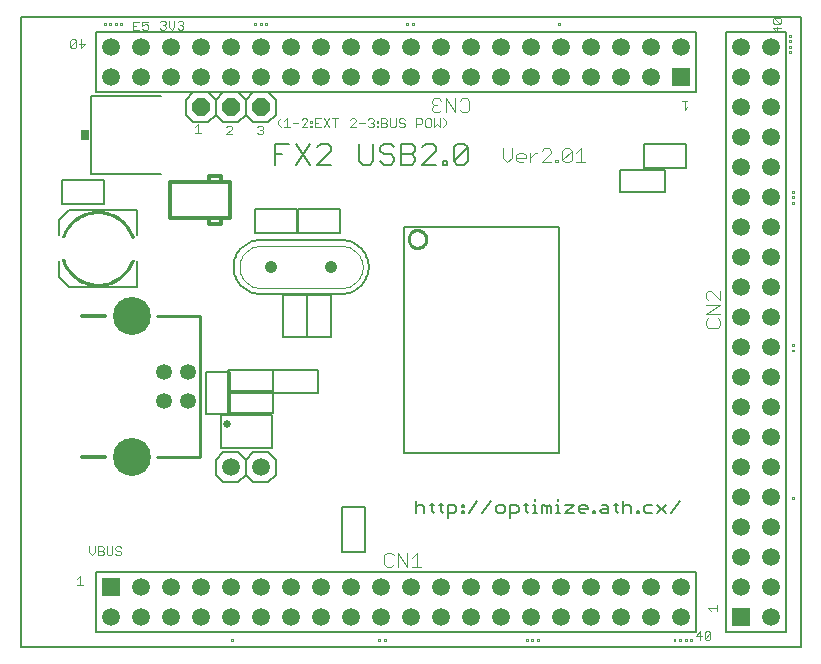
<source format=gbr>
G75*
G70*
%OFA0B0*%
%FSLAX24Y24*%
%IPPOS*%
%LPD*%
%AMOC8*
5,1,8,0,0,1.08239X$1,22.5*
%
%ADD10C,0.0080*%
%ADD11C,0.0071*%
%ADD12C,0.0060*%
%ADD13C,0.0040*%
%ADD14C,0.0030*%
%ADD15C,0.0531*%
%ADD16C,0.1266*%
%ADD17C,0.0100*%
%ADD18C,0.0120*%
%ADD19C,0.0413*%
%ADD20C,0.0020*%
%ADD21C,0.0059*%
%ADD22C,0.0010*%
%ADD23C,0.0256*%
%ADD24C,0.0591*%
%ADD25R,0.0591X0.0591*%
%ADD26C,0.0050*%
%ADD27OC8,0.0591*%
%ADD28R,0.0300X0.0340*%
D10*
X007268Y008095D02*
X007268Y009198D01*
X008961Y009198D01*
X008961Y008095D01*
X007268Y008095D01*
X013356Y007934D02*
X013356Y015465D01*
X018522Y015465D01*
X018522Y007934D01*
X013356Y007934D01*
X013755Y006339D02*
X013755Y005919D01*
X013755Y006129D02*
X013826Y006199D01*
X013966Y006199D01*
X014036Y006129D01*
X014036Y005919D01*
X014286Y005989D02*
X014356Y005919D01*
X014286Y005989D02*
X014286Y006269D01*
X014216Y006199D02*
X014356Y006199D01*
X014523Y006199D02*
X014663Y006199D01*
X014593Y006269D02*
X014593Y005989D01*
X014663Y005919D01*
X014830Y005919D02*
X015040Y005919D01*
X015110Y005989D01*
X015110Y006129D01*
X015040Y006199D01*
X014830Y006199D01*
X014830Y005779D01*
X015290Y005919D02*
X015290Y005989D01*
X015360Y005989D01*
X015360Y005919D01*
X015290Y005919D01*
X015290Y006129D02*
X015290Y006199D01*
X015360Y006199D01*
X015360Y006129D01*
X015290Y006129D01*
X015520Y005919D02*
X015800Y006339D01*
X015980Y005919D02*
X016261Y006339D01*
X016441Y006129D02*
X016441Y005989D01*
X016511Y005919D01*
X016651Y005919D01*
X016721Y005989D01*
X016721Y006129D01*
X016651Y006199D01*
X016511Y006199D01*
X016441Y006129D01*
X016901Y006199D02*
X016901Y005779D01*
X016901Y005919D02*
X017111Y005919D01*
X017181Y005989D01*
X017181Y006129D01*
X017111Y006199D01*
X016901Y006199D01*
X017362Y006199D02*
X017502Y006199D01*
X017432Y006269D02*
X017432Y005989D01*
X017502Y005919D01*
X017668Y005919D02*
X017809Y005919D01*
X017738Y005919D02*
X017738Y006199D01*
X017668Y006199D01*
X017738Y006339D02*
X017738Y006409D01*
X017975Y006199D02*
X018045Y006199D01*
X018115Y006129D01*
X018185Y006199D01*
X018256Y006129D01*
X018256Y005919D01*
X018115Y005919D02*
X018115Y006129D01*
X017975Y006199D02*
X017975Y005919D01*
X018436Y005919D02*
X018576Y005919D01*
X018506Y005919D02*
X018506Y006199D01*
X018436Y006199D01*
X018506Y006339D02*
X018506Y006409D01*
X018743Y006199D02*
X019023Y006199D01*
X018743Y005919D01*
X019023Y005919D01*
X019203Y005989D02*
X019203Y006129D01*
X019273Y006199D01*
X019413Y006199D01*
X019483Y006129D01*
X019483Y006059D01*
X019203Y006059D01*
X019203Y005989D02*
X019273Y005919D01*
X019413Y005919D01*
X019663Y005919D02*
X019663Y005989D01*
X019733Y005989D01*
X019733Y005919D01*
X019663Y005919D01*
X019893Y005989D02*
X019963Y006059D01*
X020174Y006059D01*
X020174Y006129D02*
X020174Y005919D01*
X019963Y005919D01*
X019893Y005989D01*
X019963Y006199D02*
X020104Y006199D01*
X020174Y006129D01*
X020354Y006199D02*
X020494Y006199D01*
X020424Y006269D02*
X020424Y005989D01*
X020494Y005919D01*
X020661Y005919D02*
X020661Y006339D01*
X020731Y006199D02*
X020871Y006199D01*
X020941Y006129D01*
X020941Y005919D01*
X021121Y005919D02*
X021121Y005989D01*
X021191Y005989D01*
X021191Y005919D01*
X021121Y005919D01*
X021351Y005989D02*
X021421Y005919D01*
X021631Y005919D01*
X021812Y005919D02*
X022092Y006199D01*
X021812Y006199D02*
X022092Y005919D01*
X022272Y005919D02*
X022552Y006339D01*
X021631Y006199D02*
X021421Y006199D01*
X021351Y006129D01*
X021351Y005989D01*
X020731Y006199D02*
X020661Y006129D01*
X005276Y017246D02*
X002916Y017246D01*
X002916Y019826D01*
X005276Y019826D01*
X004457Y016048D02*
X002213Y016048D01*
X001858Y015694D01*
X001858Y015182D01*
X001858Y014316D02*
X001858Y013804D01*
X002213Y013450D01*
X004457Y013450D01*
X004457Y014316D01*
X004457Y015182D02*
X004457Y016048D01*
D11*
X000585Y001461D02*
X026585Y001461D01*
X026585Y022461D01*
X000585Y022461D01*
X000585Y001461D01*
D12*
X007085Y007211D02*
X007335Y006961D01*
X007835Y006961D01*
X008085Y007211D01*
X008335Y006961D01*
X008835Y006961D01*
X009085Y007211D01*
X009085Y007711D01*
X008835Y007961D01*
X008335Y007961D01*
X008085Y007711D01*
X008085Y007211D01*
X008085Y007711D02*
X007835Y007961D01*
X007335Y007961D01*
X007085Y007711D01*
X007085Y007211D01*
X008583Y013232D02*
X011283Y013232D01*
X011342Y013234D01*
X011400Y013240D01*
X011459Y013249D01*
X011516Y013263D01*
X011572Y013280D01*
X011627Y013301D01*
X011681Y013325D01*
X011733Y013353D01*
X011783Y013384D01*
X011831Y013418D01*
X011876Y013455D01*
X011919Y013496D01*
X011960Y013539D01*
X011997Y013584D01*
X012031Y013632D01*
X012062Y013682D01*
X012090Y013734D01*
X012114Y013788D01*
X012135Y013843D01*
X012152Y013899D01*
X012166Y013956D01*
X012175Y014015D01*
X012181Y014073D01*
X012183Y014132D01*
X012181Y014191D01*
X012175Y014249D01*
X012166Y014308D01*
X012152Y014365D01*
X012135Y014421D01*
X012114Y014476D01*
X012090Y014530D01*
X012062Y014582D01*
X012031Y014632D01*
X011997Y014680D01*
X011960Y014725D01*
X011919Y014768D01*
X011876Y014809D01*
X011831Y014846D01*
X011783Y014880D01*
X011733Y014911D01*
X011681Y014939D01*
X011627Y014963D01*
X011572Y014984D01*
X011516Y015001D01*
X011459Y015015D01*
X011400Y015024D01*
X011342Y015030D01*
X011283Y015032D01*
X008583Y015032D01*
X008524Y015030D01*
X008466Y015024D01*
X008407Y015015D01*
X008350Y015001D01*
X008294Y014984D01*
X008239Y014963D01*
X008185Y014939D01*
X008133Y014911D01*
X008083Y014880D01*
X008035Y014846D01*
X007990Y014809D01*
X007947Y014768D01*
X007906Y014725D01*
X007869Y014680D01*
X007835Y014632D01*
X007804Y014582D01*
X007776Y014530D01*
X007752Y014476D01*
X007731Y014421D01*
X007714Y014365D01*
X007700Y014308D01*
X007691Y014249D01*
X007685Y014191D01*
X007683Y014132D01*
X007685Y014073D01*
X007691Y014015D01*
X007700Y013956D01*
X007714Y013899D01*
X007731Y013843D01*
X007752Y013788D01*
X007776Y013734D01*
X007804Y013682D01*
X007835Y013632D01*
X007869Y013584D01*
X007906Y013539D01*
X007947Y013496D01*
X007990Y013455D01*
X008035Y013418D01*
X008083Y013384D01*
X008133Y013353D01*
X008185Y013325D01*
X008239Y013301D01*
X008294Y013280D01*
X008350Y013263D01*
X008407Y013249D01*
X008466Y013240D01*
X008524Y013234D01*
X008583Y013232D01*
X009079Y017535D02*
X009079Y018235D01*
X009546Y018235D01*
X009779Y018235D02*
X010246Y017535D01*
X010479Y017535D02*
X010946Y018002D01*
X010946Y018119D01*
X010829Y018235D01*
X010595Y018235D01*
X010479Y018119D01*
X010246Y018235D02*
X009779Y017535D01*
X009313Y017885D02*
X009079Y017885D01*
X008835Y018961D02*
X008335Y018961D01*
X008085Y019211D01*
X007835Y018961D01*
X007335Y018961D01*
X007085Y019211D01*
X006835Y018961D01*
X006335Y018961D01*
X006085Y019211D01*
X006085Y019711D01*
X006335Y019961D01*
X006835Y019961D01*
X007085Y019711D01*
X007335Y019961D01*
X007835Y019961D01*
X008085Y019711D01*
X008335Y019961D01*
X008835Y019961D01*
X009085Y019711D01*
X009085Y019211D01*
X008835Y018961D01*
X008085Y019211D02*
X008085Y019711D01*
X007085Y019711D02*
X007085Y019211D01*
X010479Y017535D02*
X010946Y017535D01*
X011878Y017651D02*
X011878Y018235D01*
X012345Y018235D02*
X012345Y017651D01*
X012228Y017535D01*
X011995Y017535D01*
X011878Y017651D01*
X012578Y017651D02*
X012695Y017535D01*
X012928Y017535D01*
X013045Y017651D01*
X013045Y017768D01*
X012928Y017885D01*
X012695Y017885D01*
X012578Y018002D01*
X012578Y018119D01*
X012695Y018235D01*
X012928Y018235D01*
X013045Y018119D01*
X013278Y018235D02*
X013628Y018235D01*
X013745Y018119D01*
X013745Y018002D01*
X013628Y017885D01*
X013278Y017885D01*
X013628Y017885D02*
X013745Y017768D01*
X013745Y017651D01*
X013628Y017535D01*
X013278Y017535D01*
X013278Y018235D01*
X013977Y018119D02*
X014094Y018235D01*
X014328Y018235D01*
X014445Y018119D01*
X014445Y018002D01*
X013977Y017535D01*
X014445Y017535D01*
X014677Y017535D02*
X014794Y017535D01*
X014794Y017651D01*
X014677Y017651D01*
X014677Y017535D01*
X015027Y017651D02*
X015494Y018119D01*
X015494Y017651D01*
X015377Y017535D01*
X015144Y017535D01*
X015027Y017651D01*
X015027Y018119D01*
X015144Y018235D01*
X015377Y018235D01*
X015494Y018119D01*
D13*
X016648Y018084D02*
X016648Y017777D01*
X016801Y017623D01*
X016955Y017777D01*
X016955Y018084D01*
X017185Y017930D02*
X017108Y017853D01*
X017108Y017700D01*
X017185Y017623D01*
X017338Y017623D01*
X017415Y017777D02*
X017108Y017777D01*
X017185Y017930D02*
X017338Y017930D01*
X017415Y017853D01*
X017415Y017777D01*
X017569Y017777D02*
X017722Y017930D01*
X017799Y017930D01*
X017952Y018007D02*
X018029Y018084D01*
X018182Y018084D01*
X018259Y018007D01*
X018259Y017930D01*
X017952Y017623D01*
X018259Y017623D01*
X018413Y017623D02*
X018489Y017623D01*
X018489Y017700D01*
X018413Y017700D01*
X018413Y017623D01*
X018643Y017700D02*
X018950Y018007D01*
X018950Y017700D01*
X018873Y017623D01*
X018719Y017623D01*
X018643Y017700D01*
X018643Y018007D01*
X018719Y018084D01*
X018873Y018084D01*
X018950Y018007D01*
X019103Y017930D02*
X019256Y018084D01*
X019256Y017623D01*
X019103Y017623D02*
X019410Y017623D01*
X017569Y017623D02*
X017569Y017930D01*
X015525Y019365D02*
X015525Y019672D01*
X015449Y019749D01*
X015295Y019749D01*
X015218Y019672D01*
X015065Y019749D02*
X015065Y019288D01*
X014758Y019749D01*
X014758Y019288D01*
X014604Y019365D02*
X014528Y019288D01*
X014374Y019288D01*
X014298Y019365D01*
X014298Y019442D01*
X014374Y019518D01*
X014298Y019595D01*
X014298Y019672D01*
X014374Y019749D01*
X014528Y019749D01*
X014604Y019672D01*
X014451Y019518D02*
X014374Y019518D01*
X015218Y019365D02*
X015295Y019288D01*
X015449Y019288D01*
X015525Y019365D01*
X023431Y013262D02*
X023431Y013109D01*
X023508Y013032D01*
X023431Y012879D02*
X023891Y012879D01*
X023431Y012572D01*
X023891Y012572D01*
X023815Y012418D02*
X023891Y012341D01*
X023891Y012188D01*
X023815Y012111D01*
X023508Y012111D01*
X023431Y012188D01*
X023431Y012341D01*
X023508Y012418D01*
X023891Y013032D02*
X023584Y013339D01*
X023508Y013339D01*
X023431Y013262D01*
X023891Y013339D02*
X023891Y013032D01*
X013785Y004599D02*
X013785Y004139D01*
X013632Y004139D02*
X013938Y004139D01*
X013632Y004446D02*
X013785Y004599D01*
X013478Y004599D02*
X013478Y004139D01*
X013171Y004599D01*
X013171Y004139D01*
X013018Y004216D02*
X012941Y004139D01*
X012788Y004139D01*
X012711Y004216D01*
X012711Y004523D01*
X012788Y004599D01*
X012941Y004599D01*
X013018Y004523D01*
D14*
X012755Y001735D02*
X012755Y001673D01*
X012693Y001673D01*
X012693Y001735D01*
X012755Y001735D01*
X012571Y001735D02*
X012571Y001673D01*
X012509Y001673D01*
X012509Y001735D01*
X012571Y001735D01*
X007649Y001735D02*
X007649Y001673D01*
X007588Y001673D01*
X007588Y001735D01*
X007649Y001735D01*
X003941Y004576D02*
X003892Y004528D01*
X003796Y004528D01*
X003747Y004576D01*
X003646Y004576D02*
X003598Y004528D01*
X003501Y004528D01*
X003453Y004576D01*
X003453Y004818D01*
X003351Y004769D02*
X003351Y004721D01*
X003303Y004673D01*
X003158Y004673D01*
X003057Y004624D02*
X002960Y004528D01*
X002863Y004624D01*
X002863Y004818D01*
X003057Y004818D02*
X003057Y004624D01*
X003158Y004528D02*
X003303Y004528D01*
X003351Y004576D01*
X003351Y004624D01*
X003303Y004673D01*
X003351Y004769D02*
X003303Y004818D01*
X003158Y004818D01*
X003158Y004528D01*
X003646Y004576D02*
X003646Y004818D01*
X003747Y004769D02*
X003747Y004721D01*
X003796Y004673D01*
X003892Y004673D01*
X003941Y004624D01*
X003941Y004576D01*
X003941Y004769D02*
X003892Y004818D01*
X003796Y004818D01*
X003747Y004769D01*
X002566Y003834D02*
X002566Y003543D01*
X002470Y003543D02*
X002663Y003543D01*
X002470Y003737D02*
X002566Y003834D01*
X017430Y001735D02*
X017430Y001673D01*
X017492Y001673D01*
X017492Y001735D01*
X017430Y001735D01*
X017614Y001735D02*
X017676Y001735D01*
X017676Y001673D01*
X017614Y001673D01*
X017614Y001735D01*
X017799Y001735D02*
X017799Y001673D01*
X017860Y001673D01*
X017860Y001735D01*
X017799Y001735D01*
X022352Y001673D02*
X022352Y001735D01*
X022413Y001735D01*
X022413Y001673D01*
X022352Y001673D01*
X022536Y001673D02*
X022536Y001735D01*
X022597Y001735D01*
X022597Y001673D01*
X022536Y001673D01*
X022720Y001673D02*
X022720Y001735D01*
X022781Y001735D01*
X022781Y001673D01*
X022720Y001673D01*
X022904Y001673D02*
X022966Y001673D01*
X022966Y001735D01*
X022904Y001735D01*
X022904Y001673D01*
X023091Y001843D02*
X023284Y001843D01*
X023386Y001746D02*
X023386Y001940D01*
X023434Y001988D01*
X023531Y001988D01*
X023579Y001940D01*
X023386Y001746D01*
X023434Y001698D01*
X023531Y001698D01*
X023579Y001746D01*
X023579Y001940D01*
X023236Y001988D02*
X023091Y001843D01*
X023236Y001698D02*
X023236Y001988D01*
X023604Y002658D02*
X023508Y002754D01*
X023798Y002754D01*
X023798Y002658D02*
X023798Y002851D01*
X026295Y006398D02*
X026295Y006459D01*
X026357Y006459D01*
X026357Y006398D01*
X026295Y006398D01*
X026295Y011319D02*
X026295Y011381D01*
X026357Y011381D01*
X026357Y011319D01*
X026295Y011319D01*
X026295Y011503D02*
X026295Y011565D01*
X026357Y011565D01*
X026357Y011503D01*
X026295Y011503D01*
X026295Y016240D02*
X026295Y016302D01*
X026357Y016302D01*
X026357Y016240D01*
X026295Y016240D01*
X026295Y016424D02*
X026295Y016486D01*
X026357Y016486D01*
X026357Y016424D01*
X026295Y016424D01*
X026295Y016608D02*
X026295Y016670D01*
X026357Y016670D01*
X026357Y016608D01*
X026295Y016608D01*
X022814Y019462D02*
X022717Y019365D01*
X022717Y019655D01*
X022814Y019655D02*
X022620Y019655D01*
X025649Y022095D02*
X025794Y021950D01*
X025794Y022144D01*
X025890Y022245D02*
X025697Y022245D01*
X025649Y022293D01*
X025649Y022390D01*
X025697Y022438D01*
X025890Y022245D01*
X025939Y022293D01*
X025939Y022390D01*
X025890Y022438D01*
X025697Y022438D01*
X025649Y022095D02*
X025939Y022095D01*
X026197Y021874D02*
X026259Y021874D01*
X026259Y021812D01*
X026197Y021812D01*
X026197Y021874D01*
X026197Y021690D02*
X026259Y021690D01*
X026259Y021628D01*
X026197Y021628D01*
X026197Y021690D01*
X026197Y021506D02*
X026259Y021506D01*
X026259Y021444D01*
X026197Y021444D01*
X026197Y021506D01*
X026197Y021322D02*
X026259Y021322D01*
X026259Y021260D01*
X026197Y021260D01*
X026197Y021322D01*
X018575Y022195D02*
X018513Y022195D01*
X018513Y022257D01*
X018575Y022257D01*
X018575Y022195D01*
X014759Y018993D02*
X014759Y018896D01*
X014663Y018799D01*
X014561Y018799D02*
X014561Y019089D01*
X014663Y019089D02*
X014759Y018993D01*
X014561Y018799D02*
X014465Y018896D01*
X014368Y018799D01*
X014368Y019089D01*
X014267Y019041D02*
X014267Y018848D01*
X014218Y018799D01*
X014122Y018799D01*
X014073Y018848D01*
X014073Y019041D01*
X014122Y019089D01*
X014218Y019089D01*
X014267Y019041D01*
X013972Y019041D02*
X013972Y018944D01*
X013924Y018896D01*
X013779Y018896D01*
X013779Y018799D02*
X013779Y019089D01*
X013924Y019089D01*
X013972Y019041D01*
X013383Y019041D02*
X013334Y019089D01*
X013238Y019089D01*
X013189Y019041D01*
X013189Y018993D01*
X013238Y018944D01*
X013334Y018944D01*
X013383Y018896D01*
X013383Y018848D01*
X013334Y018799D01*
X013238Y018799D01*
X013189Y018848D01*
X013088Y018848D02*
X013088Y019089D01*
X012895Y019089D02*
X012895Y018848D01*
X012943Y018799D01*
X013040Y018799D01*
X013088Y018848D01*
X012794Y018848D02*
X012745Y018799D01*
X012600Y018799D01*
X012600Y019089D01*
X012745Y019089D01*
X012794Y019041D01*
X012794Y018993D01*
X012745Y018944D01*
X012600Y018944D01*
X012501Y018944D02*
X012453Y018944D01*
X012453Y018993D01*
X012501Y018993D01*
X012501Y018944D01*
X012501Y018848D02*
X012501Y018799D01*
X012453Y018799D01*
X012453Y018848D01*
X012501Y018848D01*
X012352Y018848D02*
X012303Y018799D01*
X012206Y018799D01*
X012158Y018848D01*
X012255Y018944D02*
X012303Y018944D01*
X012352Y018896D01*
X012352Y018848D01*
X012303Y018944D02*
X012352Y018993D01*
X012352Y019041D01*
X012303Y019089D01*
X012206Y019089D01*
X012158Y019041D01*
X012057Y018944D02*
X011863Y018944D01*
X011762Y018993D02*
X011569Y018799D01*
X011762Y018799D01*
X011762Y018993D02*
X011762Y019041D01*
X011714Y019089D01*
X011617Y019089D01*
X011569Y019041D01*
X011173Y019089D02*
X010980Y019089D01*
X011076Y019089D02*
X011076Y018799D01*
X010878Y018799D02*
X010685Y019089D01*
X010584Y019089D02*
X010390Y019089D01*
X010390Y018799D01*
X010584Y018799D01*
X010685Y018799D02*
X010878Y019089D01*
X010487Y018944D02*
X010390Y018944D01*
X010291Y018944D02*
X010243Y018944D01*
X010243Y018993D01*
X010291Y018993D01*
X010291Y018944D01*
X010291Y018848D02*
X010291Y018799D01*
X010243Y018799D01*
X010243Y018848D01*
X010291Y018848D01*
X010142Y018799D02*
X009948Y018799D01*
X010142Y018993D01*
X010142Y019041D01*
X010093Y019089D01*
X009997Y019089D01*
X009948Y019041D01*
X009847Y018944D02*
X009654Y018944D01*
X009552Y018799D02*
X009359Y018799D01*
X009456Y018799D02*
X009456Y019089D01*
X009359Y018993D01*
X009259Y019089D02*
X009163Y018993D01*
X009163Y018896D01*
X009259Y018799D01*
X008667Y018795D02*
X008667Y018747D01*
X008619Y018698D01*
X008667Y018650D01*
X008667Y018602D01*
X008619Y018553D01*
X008522Y018553D01*
X008474Y018602D01*
X008570Y018698D02*
X008619Y018698D01*
X008667Y018795D02*
X008619Y018843D01*
X008522Y018843D01*
X008474Y018795D01*
X007634Y018795D02*
X007585Y018843D01*
X007488Y018843D01*
X007440Y018795D01*
X007634Y018795D02*
X007634Y018747D01*
X007440Y018553D01*
X007634Y018553D01*
X006600Y018602D02*
X006407Y018602D01*
X006503Y018602D02*
X006503Y018893D01*
X006407Y018796D01*
X002735Y021577D02*
X002590Y021432D01*
X002590Y021722D01*
X002541Y021577D02*
X002735Y021577D01*
X002440Y021674D02*
X002247Y021480D01*
X002247Y021674D01*
X002295Y021722D01*
X002392Y021722D01*
X002440Y021674D01*
X002440Y021480D01*
X002392Y021432D01*
X002295Y021432D01*
X002247Y021480D01*
X003355Y022195D02*
X003417Y022195D01*
X003417Y022257D01*
X003355Y022257D01*
X003355Y022195D01*
X003540Y022195D02*
X003540Y022257D01*
X003601Y022257D01*
X003601Y022195D01*
X003540Y022195D01*
X003724Y022195D02*
X003724Y022257D01*
X003785Y022257D01*
X003785Y022195D01*
X003724Y022195D01*
X003908Y022195D02*
X003970Y022195D01*
X003970Y022257D01*
X003908Y022257D01*
X003908Y022195D01*
X004341Y022168D02*
X004438Y022168D01*
X004534Y022313D02*
X004341Y022313D01*
X004341Y022023D01*
X004534Y022023D01*
X004636Y022071D02*
X004684Y022023D01*
X004781Y022023D01*
X004829Y022071D01*
X004829Y022168D01*
X004781Y022216D01*
X004732Y022216D01*
X004636Y022168D01*
X004636Y022313D01*
X004829Y022313D01*
X005226Y022289D02*
X005274Y022338D01*
X005371Y022338D01*
X005419Y022289D01*
X005419Y022241D01*
X005371Y022192D01*
X005419Y022144D01*
X005419Y022096D01*
X005371Y022047D01*
X005274Y022047D01*
X005226Y022096D01*
X005322Y022192D02*
X005371Y022192D01*
X005520Y022144D02*
X005617Y022047D01*
X005714Y022144D01*
X005714Y022338D01*
X005815Y022289D02*
X005863Y022338D01*
X005960Y022338D01*
X006008Y022289D01*
X006008Y022241D01*
X005960Y022192D01*
X006008Y022144D01*
X006008Y022096D01*
X005960Y022047D01*
X005863Y022047D01*
X005815Y022096D01*
X005912Y022192D02*
X005960Y022192D01*
X005520Y022144D02*
X005520Y022338D01*
X008375Y022257D02*
X008375Y022195D01*
X008437Y022195D01*
X008437Y022257D01*
X008375Y022257D01*
X008559Y022257D02*
X008559Y022195D01*
X008621Y022195D01*
X008621Y022257D01*
X008559Y022257D01*
X008743Y022257D02*
X008743Y022195D01*
X008805Y022195D01*
X008805Y022257D01*
X008743Y022257D01*
X012745Y018944D02*
X012794Y018896D01*
X012794Y018848D01*
X013444Y022195D02*
X013506Y022195D01*
X013506Y022257D01*
X013444Y022257D01*
X013444Y022195D01*
X013628Y022195D02*
X013628Y022257D01*
X013690Y022257D01*
X013690Y022195D01*
X013628Y022195D01*
D15*
X006158Y010644D03*
X005371Y010644D03*
X005371Y009659D03*
X006158Y009659D03*
D16*
X004308Y007789D03*
X004308Y012514D03*
D17*
X005135Y012514D02*
X006552Y012514D01*
X006552Y007789D01*
X005135Y007789D01*
X013518Y015064D02*
X013520Y015099D01*
X013526Y015133D01*
X013536Y015167D01*
X013551Y015199D01*
X013568Y015229D01*
X013590Y015257D01*
X013614Y015282D01*
X013641Y015304D01*
X013671Y015322D01*
X013702Y015337D01*
X013735Y015349D01*
X013769Y015356D01*
X013804Y015359D01*
X013839Y015358D01*
X013874Y015353D01*
X013907Y015343D01*
X013940Y015330D01*
X013970Y015313D01*
X013999Y015293D01*
X014025Y015269D01*
X014047Y015243D01*
X014067Y015214D01*
X014083Y015183D01*
X014095Y015150D01*
X014103Y015116D01*
X014107Y015081D01*
X014107Y015047D01*
X014103Y015012D01*
X014095Y014978D01*
X014083Y014945D01*
X014067Y014914D01*
X014047Y014885D01*
X014025Y014859D01*
X013999Y014835D01*
X013970Y014815D01*
X013940Y014798D01*
X013907Y014785D01*
X013874Y014775D01*
X013839Y014770D01*
X013804Y014769D01*
X013769Y014772D01*
X013735Y014779D01*
X013702Y014791D01*
X013671Y014806D01*
X013641Y014824D01*
X013614Y014846D01*
X013590Y014871D01*
X013568Y014899D01*
X013551Y014929D01*
X013536Y014961D01*
X013526Y014995D01*
X013520Y015029D01*
X013518Y015064D01*
D18*
X007555Y015761D02*
X007555Y016961D01*
X007255Y016961D01*
X007255Y017161D01*
X006855Y017161D01*
X006855Y016961D01*
X005555Y016961D01*
X005555Y015761D01*
X006855Y015761D01*
X006855Y015561D01*
X007255Y015561D01*
X007255Y015761D01*
X007555Y015761D01*
X007255Y015761D02*
X006855Y015761D01*
X006855Y016961D02*
X007255Y016961D01*
X003402Y012514D02*
X002646Y012514D01*
X002646Y007789D02*
X003402Y007789D01*
D19*
X008933Y014132D03*
X010933Y014132D03*
D20*
X011283Y013432D02*
X011335Y013434D01*
X011387Y013440D01*
X011439Y013450D01*
X011489Y013463D01*
X011539Y013480D01*
X011587Y013501D01*
X011633Y013526D01*
X011677Y013554D01*
X011719Y013585D01*
X011759Y013619D01*
X011796Y013656D01*
X011830Y013696D01*
X011861Y013738D01*
X011889Y013782D01*
X011914Y013828D01*
X011935Y013876D01*
X011952Y013926D01*
X011965Y013976D01*
X011975Y014028D01*
X011981Y014080D01*
X011983Y014132D01*
X011981Y014184D01*
X011975Y014236D01*
X011965Y014288D01*
X011952Y014338D01*
X011935Y014388D01*
X011914Y014436D01*
X011889Y014482D01*
X011861Y014526D01*
X011830Y014568D01*
X011796Y014608D01*
X011759Y014645D01*
X011719Y014679D01*
X011677Y014710D01*
X011633Y014738D01*
X011587Y014763D01*
X011539Y014784D01*
X011489Y014801D01*
X011439Y014814D01*
X011387Y014824D01*
X011335Y014830D01*
X011283Y014832D01*
X008583Y014832D01*
X008531Y014830D01*
X008479Y014824D01*
X008427Y014814D01*
X008377Y014801D01*
X008327Y014784D01*
X008279Y014763D01*
X008233Y014738D01*
X008189Y014710D01*
X008147Y014679D01*
X008107Y014645D01*
X008070Y014608D01*
X008036Y014568D01*
X008005Y014526D01*
X007977Y014482D01*
X007952Y014436D01*
X007931Y014388D01*
X007914Y014338D01*
X007901Y014288D01*
X007891Y014236D01*
X007885Y014184D01*
X007883Y014132D01*
X007885Y014080D01*
X007891Y014028D01*
X007901Y013976D01*
X007914Y013926D01*
X007931Y013876D01*
X007952Y013828D01*
X007977Y013782D01*
X008005Y013738D01*
X008036Y013696D01*
X008070Y013656D01*
X008107Y013619D01*
X008147Y013585D01*
X008189Y013554D01*
X008233Y013526D01*
X008279Y013501D01*
X008327Y013480D01*
X008377Y013463D01*
X008427Y013450D01*
X008479Y013440D01*
X008531Y013434D01*
X008583Y013432D01*
X011283Y013432D01*
D21*
X010926Y013185D02*
X010926Y011785D01*
X010126Y011785D01*
X010126Y013185D01*
X010926Y013185D01*
X010138Y013185D02*
X010138Y011785D01*
X009338Y011785D01*
X009338Y013185D01*
X010138Y013185D01*
X009838Y015272D02*
X011238Y015272D01*
X011238Y016072D01*
X009838Y016072D01*
X009838Y015272D01*
X009786Y015272D02*
X009786Y016072D01*
X008386Y016072D01*
X008386Y015272D01*
X009786Y015272D01*
X010488Y010695D02*
X008988Y010695D01*
X008988Y009945D01*
X010488Y009945D01*
X010488Y010695D01*
X009012Y010695D02*
X009012Y009945D01*
X007512Y009945D01*
X007512Y010695D01*
X009012Y010695D01*
X009012Y010006D02*
X007512Y010006D01*
X007512Y009256D01*
X009012Y009256D01*
X009012Y010006D01*
X007579Y010626D02*
X007579Y009226D01*
X006779Y009226D01*
X006779Y010626D01*
X007579Y010626D01*
X011312Y006125D02*
X011312Y004625D01*
X012062Y004625D01*
X012062Y006125D01*
X011312Y006125D01*
X003357Y016235D02*
X001957Y016235D01*
X001957Y017035D01*
X003357Y017035D01*
X003357Y016235D01*
X020552Y016629D02*
X022052Y016629D01*
X022052Y017379D01*
X020552Y017379D01*
X020552Y016629D01*
X021365Y017420D02*
X022765Y017420D01*
X022765Y018220D01*
X021365Y018220D01*
X021365Y017420D01*
D22*
X001964Y014380D02*
X002031Y014401D01*
X002031Y014400D02*
X002053Y014336D01*
X002078Y014273D01*
X002107Y014212D01*
X002140Y014152D01*
X002176Y014095D01*
X002215Y014039D01*
X002257Y013986D01*
X002302Y013936D01*
X002350Y013888D01*
X002401Y013843D01*
X002454Y013801D01*
X002510Y013762D01*
X002568Y013726D01*
X002627Y013694D01*
X002689Y013665D01*
X002752Y013640D01*
X002816Y013618D01*
X002881Y013600D01*
X002948Y013586D01*
X003015Y013576D01*
X003082Y013570D01*
X003150Y013567D01*
X003218Y013568D01*
X003285Y013574D01*
X003353Y013583D01*
X003419Y013596D01*
X003485Y013613D01*
X003550Y013633D01*
X003613Y013657D01*
X003675Y013685D01*
X003735Y013716D01*
X003793Y013751D01*
X003850Y013789D01*
X003903Y013830D01*
X003955Y013874D01*
X004004Y013921D01*
X004050Y013971D01*
X004093Y014023D01*
X004133Y014078D01*
X004170Y014135D01*
X004204Y014194D01*
X004234Y014255D01*
X004260Y014317D01*
X004283Y014381D01*
X004349Y014360D01*
X004350Y014360D01*
X004326Y014293D01*
X004299Y014229D01*
X004268Y014166D01*
X004233Y014104D01*
X004195Y014045D01*
X004154Y013988D01*
X004110Y013934D01*
X004063Y013882D01*
X004013Y013832D01*
X003960Y013786D01*
X003905Y013743D01*
X003847Y013702D01*
X003787Y013665D01*
X003726Y013632D01*
X003662Y013602D01*
X003597Y013576D01*
X003530Y013553D01*
X003463Y013534D01*
X003394Y013519D01*
X003325Y013508D01*
X003255Y013501D01*
X003185Y013497D01*
X003114Y013498D01*
X003044Y013502D01*
X002974Y013511D01*
X002905Y013523D01*
X002837Y013539D01*
X002770Y013559D01*
X002703Y013583D01*
X002639Y013611D01*
X002576Y013642D01*
X002514Y013676D01*
X002455Y013714D01*
X002398Y013755D01*
X002344Y013800D01*
X002292Y013847D01*
X002243Y013897D01*
X002196Y013950D01*
X002153Y014005D01*
X002113Y014063D01*
X002076Y014123D01*
X002042Y014184D01*
X002013Y014248D01*
X001986Y014313D01*
X001964Y014380D01*
X001972Y014382D01*
X001995Y014316D01*
X002021Y014252D01*
X002051Y014189D01*
X002084Y014127D01*
X002120Y014068D01*
X002160Y014010D01*
X002203Y013956D01*
X002249Y013903D01*
X002298Y013853D01*
X002350Y013806D01*
X002404Y013762D01*
X002460Y013722D01*
X002519Y013684D01*
X002580Y013650D01*
X002642Y013619D01*
X002707Y013592D01*
X002772Y013568D01*
X002839Y013548D01*
X002907Y013532D01*
X002976Y013520D01*
X003045Y013511D01*
X003115Y013507D01*
X003184Y013506D01*
X003254Y013510D01*
X003323Y013517D01*
X003392Y013528D01*
X003460Y013543D01*
X003528Y013562D01*
X003594Y013584D01*
X003658Y013610D01*
X003721Y013640D01*
X003783Y013673D01*
X003842Y013710D01*
X003899Y013750D01*
X003954Y013793D01*
X004007Y013839D01*
X004056Y013888D01*
X004103Y013939D01*
X004147Y013994D01*
X004188Y014050D01*
X004226Y014109D01*
X004260Y014170D01*
X004291Y014232D01*
X004318Y014297D01*
X004341Y014362D01*
X004333Y014365D01*
X004309Y014300D01*
X004282Y014236D01*
X004252Y014174D01*
X004218Y014114D01*
X004181Y014055D01*
X004140Y013999D01*
X004096Y013945D01*
X004050Y013894D01*
X004000Y013845D01*
X003948Y013800D01*
X003894Y013757D01*
X003837Y013717D01*
X003778Y013681D01*
X003717Y013648D01*
X003655Y013619D01*
X003591Y013593D01*
X003525Y013570D01*
X003458Y013552D01*
X003391Y013537D01*
X003322Y013526D01*
X003253Y013519D01*
X003184Y013515D01*
X003115Y013516D01*
X003046Y013520D01*
X002977Y013529D01*
X002909Y013541D01*
X002842Y013557D01*
X002775Y013577D01*
X002710Y013600D01*
X002646Y013627D01*
X002584Y013658D01*
X002524Y013692D01*
X002465Y013729D01*
X002409Y013770D01*
X002356Y013813D01*
X002304Y013860D01*
X002256Y013909D01*
X002210Y013961D01*
X002167Y014016D01*
X002128Y014073D01*
X002092Y014132D01*
X002059Y014193D01*
X002029Y014255D01*
X002003Y014319D01*
X001981Y014385D01*
X001990Y014388D01*
X002012Y014321D01*
X002039Y014256D01*
X002069Y014192D01*
X002102Y014131D01*
X002140Y014071D01*
X002180Y014014D01*
X002224Y013959D01*
X002271Y013906D01*
X002321Y013857D01*
X002373Y013810D01*
X002429Y013766D01*
X002486Y013726D01*
X002546Y013689D01*
X002608Y013656D01*
X002671Y013626D01*
X002737Y013599D01*
X002803Y013577D01*
X002871Y013559D01*
X002940Y013544D01*
X003009Y013533D01*
X003079Y013527D01*
X003150Y013524D01*
X003220Y013525D01*
X003290Y013531D01*
X003360Y013540D01*
X003429Y013554D01*
X003497Y013571D01*
X003564Y013592D01*
X003630Y013618D01*
X003694Y013646D01*
X003756Y013679D01*
X003816Y013715D01*
X003875Y013754D01*
X003931Y013797D01*
X003984Y013843D01*
X004035Y013891D01*
X004082Y013943D01*
X004127Y013997D01*
X004169Y014054D01*
X004207Y014113D01*
X004242Y014174D01*
X004273Y014237D01*
X004300Y014302D01*
X004324Y014368D01*
X004316Y014371D01*
X004292Y014305D01*
X004265Y014241D01*
X004234Y014178D01*
X004199Y014118D01*
X004161Y014059D01*
X004120Y014003D01*
X004076Y013949D01*
X004028Y013898D01*
X003978Y013849D01*
X003925Y013804D01*
X003869Y013761D01*
X003812Y013722D01*
X003752Y013687D01*
X003690Y013654D01*
X003626Y013626D01*
X003561Y013601D01*
X003494Y013580D01*
X003427Y013563D01*
X003358Y013549D01*
X003289Y013540D01*
X003219Y013534D01*
X003150Y013533D01*
X003080Y013536D01*
X003010Y013542D01*
X002941Y013553D01*
X002873Y013567D01*
X002806Y013586D01*
X002740Y013608D01*
X002675Y013634D01*
X002612Y013664D01*
X002550Y013697D01*
X002491Y013734D01*
X002434Y013774D01*
X002379Y013817D01*
X002327Y013863D01*
X002278Y013912D01*
X002231Y013964D01*
X002187Y014019D01*
X002147Y014076D01*
X002110Y014135D01*
X002077Y014196D01*
X002047Y014260D01*
X002021Y014324D01*
X001998Y014390D01*
X002007Y014393D01*
X002029Y014327D01*
X002055Y014263D01*
X002085Y014201D01*
X002118Y014140D01*
X002155Y014081D01*
X002195Y014024D01*
X002238Y013970D01*
X002284Y013919D01*
X002333Y013870D01*
X002385Y013824D01*
X002439Y013781D01*
X002496Y013741D01*
X002555Y013705D01*
X002616Y013672D01*
X002679Y013642D01*
X002743Y013616D01*
X002809Y013594D01*
X002875Y013576D01*
X002943Y013562D01*
X003012Y013551D01*
X003081Y013545D01*
X003150Y013542D01*
X003219Y013543D01*
X003288Y013549D01*
X003357Y013558D01*
X003425Y013571D01*
X003492Y013589D01*
X003558Y013609D01*
X003623Y013634D01*
X003686Y013663D01*
X003747Y013694D01*
X003807Y013730D01*
X003864Y013769D01*
X003919Y013811D01*
X003972Y013856D01*
X004022Y013904D01*
X004069Y013955D01*
X004113Y014008D01*
X004154Y014064D01*
X004191Y014122D01*
X004226Y014182D01*
X004256Y014244D01*
X004284Y014308D01*
X004307Y014373D01*
X004298Y014376D01*
X004275Y014311D01*
X004248Y014248D01*
X004218Y014187D01*
X004184Y014127D01*
X004146Y014069D01*
X004106Y014014D01*
X004062Y013961D01*
X004015Y013910D01*
X003966Y013862D01*
X003914Y013818D01*
X003859Y013776D01*
X003802Y013738D01*
X003743Y013702D01*
X003682Y013671D01*
X003619Y013642D01*
X003555Y013618D01*
X003489Y013597D01*
X003423Y013580D01*
X003355Y013567D01*
X003287Y013558D01*
X003219Y013552D01*
X003150Y013551D01*
X003081Y013554D01*
X003013Y013560D01*
X002945Y013570D01*
X002877Y013585D01*
X002811Y013603D01*
X002746Y013625D01*
X002682Y013650D01*
X002620Y013680D01*
X002559Y013712D01*
X002501Y013749D01*
X002445Y013788D01*
X002391Y013831D01*
X002339Y013876D01*
X002291Y013925D01*
X002245Y013976D01*
X002202Y014030D01*
X002162Y014086D01*
X002126Y014144D01*
X002093Y014205D01*
X002063Y014267D01*
X002038Y014330D01*
X002015Y014395D01*
X002024Y014398D01*
X002046Y014334D01*
X002072Y014270D01*
X002101Y014209D01*
X002134Y014149D01*
X002170Y014091D01*
X002209Y014035D01*
X002252Y013982D01*
X002297Y013931D01*
X002346Y013883D01*
X002397Y013837D01*
X002450Y013795D01*
X002506Y013756D01*
X002564Y013720D01*
X002624Y013688D01*
X002686Y013659D01*
X002749Y013633D01*
X002814Y013612D01*
X002880Y013594D01*
X002946Y013579D01*
X003014Y013569D01*
X003082Y013563D01*
X003150Y013560D01*
X003218Y013561D01*
X003286Y013567D01*
X003354Y013576D01*
X003421Y013589D01*
X003487Y013606D01*
X003552Y013626D01*
X003616Y013651D01*
X003678Y013679D01*
X003738Y013710D01*
X003797Y013745D01*
X003854Y013783D01*
X003908Y013825D01*
X003960Y013869D01*
X004009Y013916D01*
X004055Y013967D01*
X004099Y014019D01*
X004139Y014074D01*
X004176Y014131D01*
X004210Y014191D01*
X004240Y014252D01*
X004267Y014315D01*
X004290Y014379D01*
X004350Y015118D02*
X004283Y015097D01*
X004283Y015098D02*
X004261Y015162D01*
X004236Y015225D01*
X004207Y015286D01*
X004174Y015346D01*
X004138Y015403D01*
X004099Y015459D01*
X004057Y015512D01*
X004012Y015562D01*
X003964Y015610D01*
X003913Y015655D01*
X003860Y015697D01*
X003804Y015736D01*
X003746Y015772D01*
X003687Y015804D01*
X003625Y015833D01*
X003562Y015858D01*
X003498Y015880D01*
X003433Y015898D01*
X003366Y015912D01*
X003299Y015922D01*
X003232Y015928D01*
X003164Y015931D01*
X003096Y015930D01*
X003029Y015924D01*
X002961Y015915D01*
X002895Y015902D01*
X002829Y015885D01*
X002764Y015865D01*
X002701Y015841D01*
X002639Y015813D01*
X002579Y015782D01*
X002521Y015747D01*
X002464Y015709D01*
X002411Y015668D01*
X002359Y015624D01*
X002310Y015577D01*
X002264Y015527D01*
X002221Y015475D01*
X002181Y015420D01*
X002144Y015363D01*
X002110Y015304D01*
X002080Y015243D01*
X002054Y015181D01*
X002031Y015117D01*
X001965Y015138D01*
X001964Y015138D01*
X001988Y015205D01*
X002015Y015269D01*
X002046Y015332D01*
X002081Y015394D01*
X002119Y015453D01*
X002160Y015510D01*
X002204Y015564D01*
X002251Y015616D01*
X002301Y015666D01*
X002354Y015712D01*
X002409Y015755D01*
X002467Y015796D01*
X002527Y015833D01*
X002589Y015866D01*
X002652Y015896D01*
X002717Y015922D01*
X002784Y015945D01*
X002851Y015964D01*
X002920Y015979D01*
X002989Y015990D01*
X003059Y015997D01*
X003129Y016001D01*
X003200Y016000D01*
X003270Y015996D01*
X003340Y015987D01*
X003409Y015975D01*
X003477Y015959D01*
X003545Y015939D01*
X003611Y015915D01*
X003675Y015887D01*
X003738Y015856D01*
X003800Y015822D01*
X003859Y015784D01*
X003916Y015743D01*
X003970Y015698D01*
X004022Y015651D01*
X004071Y015601D01*
X004118Y015548D01*
X004161Y015493D01*
X004201Y015435D01*
X004238Y015375D01*
X004272Y015314D01*
X004301Y015250D01*
X004328Y015185D01*
X004350Y015118D01*
X004342Y015116D01*
X004319Y015182D01*
X004293Y015246D01*
X004263Y015309D01*
X004230Y015371D01*
X004194Y015430D01*
X004154Y015487D01*
X004111Y015542D01*
X004065Y015595D01*
X004016Y015645D01*
X003964Y015692D01*
X003910Y015736D01*
X003854Y015776D01*
X003795Y015814D01*
X003734Y015848D01*
X003672Y015879D01*
X003607Y015906D01*
X003542Y015930D01*
X003475Y015950D01*
X003407Y015966D01*
X003338Y015978D01*
X003269Y015987D01*
X003199Y015991D01*
X003130Y015992D01*
X003060Y015988D01*
X002991Y015981D01*
X002922Y015970D01*
X002854Y015955D01*
X002786Y015936D01*
X002720Y015914D01*
X002656Y015888D01*
X002593Y015858D01*
X002531Y015825D01*
X002472Y015788D01*
X002415Y015748D01*
X002360Y015705D01*
X002307Y015659D01*
X002258Y015610D01*
X002211Y015559D01*
X002167Y015504D01*
X002126Y015448D01*
X002088Y015389D01*
X002054Y015328D01*
X002023Y015266D01*
X001996Y015201D01*
X001973Y015136D01*
X001981Y015133D01*
X002005Y015198D01*
X002032Y015262D01*
X002062Y015324D01*
X002096Y015384D01*
X002133Y015443D01*
X002174Y015499D01*
X002218Y015553D01*
X002264Y015604D01*
X002314Y015653D01*
X002366Y015698D01*
X002420Y015741D01*
X002477Y015781D01*
X002536Y015817D01*
X002597Y015850D01*
X002659Y015880D01*
X002724Y015905D01*
X002789Y015928D01*
X002856Y015946D01*
X002923Y015961D01*
X002992Y015972D01*
X003061Y015979D01*
X003130Y015983D01*
X003199Y015982D01*
X003268Y015978D01*
X003337Y015969D01*
X003405Y015957D01*
X003473Y015941D01*
X003539Y015921D01*
X003604Y015898D01*
X003668Y015871D01*
X003730Y015840D01*
X003790Y015806D01*
X003849Y015769D01*
X003905Y015728D01*
X003958Y015685D01*
X004010Y015638D01*
X004058Y015589D01*
X004104Y015537D01*
X004147Y015482D01*
X004186Y015425D01*
X004222Y015366D01*
X004255Y015305D01*
X004285Y015243D01*
X004311Y015179D01*
X004333Y015113D01*
X004324Y015110D01*
X004302Y015177D01*
X004275Y015242D01*
X004245Y015306D01*
X004212Y015367D01*
X004174Y015427D01*
X004134Y015484D01*
X004090Y015539D01*
X004043Y015592D01*
X003993Y015641D01*
X003941Y015688D01*
X003885Y015732D01*
X003828Y015772D01*
X003768Y015809D01*
X003706Y015842D01*
X003643Y015872D01*
X003577Y015899D01*
X003511Y015921D01*
X003443Y015939D01*
X003374Y015954D01*
X003305Y015965D01*
X003235Y015971D01*
X003164Y015974D01*
X003094Y015973D01*
X003024Y015967D01*
X002954Y015958D01*
X002885Y015944D01*
X002817Y015927D01*
X002750Y015906D01*
X002684Y015880D01*
X002620Y015852D01*
X002558Y015819D01*
X002498Y015783D01*
X002439Y015744D01*
X002383Y015701D01*
X002330Y015655D01*
X002279Y015607D01*
X002232Y015555D01*
X002187Y015501D01*
X002145Y015444D01*
X002107Y015385D01*
X002072Y015324D01*
X002041Y015261D01*
X002014Y015196D01*
X001990Y015130D01*
X001998Y015127D01*
X002022Y015193D01*
X002049Y015257D01*
X002080Y015320D01*
X002115Y015380D01*
X002153Y015439D01*
X002194Y015495D01*
X002238Y015549D01*
X002286Y015600D01*
X002336Y015649D01*
X002389Y015694D01*
X002445Y015737D01*
X002502Y015776D01*
X002562Y015811D01*
X002624Y015844D01*
X002688Y015872D01*
X002753Y015897D01*
X002820Y015918D01*
X002887Y015935D01*
X002956Y015949D01*
X003025Y015958D01*
X003095Y015964D01*
X003164Y015965D01*
X003234Y015962D01*
X003304Y015956D01*
X003373Y015945D01*
X003441Y015931D01*
X003508Y015912D01*
X003574Y015890D01*
X003639Y015864D01*
X003702Y015834D01*
X003764Y015801D01*
X003823Y015764D01*
X003880Y015724D01*
X003935Y015681D01*
X003987Y015635D01*
X004036Y015586D01*
X004083Y015534D01*
X004127Y015479D01*
X004167Y015422D01*
X004204Y015363D01*
X004237Y015302D01*
X004267Y015238D01*
X004293Y015174D01*
X004316Y015108D01*
X004307Y015105D01*
X004285Y015171D01*
X004259Y015235D01*
X004229Y015297D01*
X004196Y015358D01*
X004159Y015417D01*
X004119Y015474D01*
X004076Y015528D01*
X004030Y015579D01*
X003981Y015628D01*
X003929Y015674D01*
X003875Y015717D01*
X003818Y015757D01*
X003759Y015793D01*
X003698Y015826D01*
X003635Y015856D01*
X003571Y015882D01*
X003505Y015904D01*
X003439Y015922D01*
X003371Y015936D01*
X003302Y015947D01*
X003233Y015953D01*
X003164Y015956D01*
X003095Y015955D01*
X003026Y015949D01*
X002957Y015940D01*
X002889Y015927D01*
X002822Y015909D01*
X002756Y015889D01*
X002691Y015864D01*
X002628Y015835D01*
X002567Y015804D01*
X002507Y015768D01*
X002450Y015729D01*
X002395Y015687D01*
X002342Y015642D01*
X002292Y015594D01*
X002245Y015543D01*
X002201Y015490D01*
X002160Y015434D01*
X002123Y015376D01*
X002088Y015316D01*
X002058Y015254D01*
X002030Y015190D01*
X002007Y015125D01*
X002016Y015122D01*
X002039Y015187D01*
X002066Y015250D01*
X002096Y015311D01*
X002130Y015371D01*
X002168Y015429D01*
X002208Y015484D01*
X002252Y015537D01*
X002299Y015588D01*
X002348Y015636D01*
X002400Y015680D01*
X002455Y015722D01*
X002512Y015760D01*
X002571Y015796D01*
X002632Y015827D01*
X002695Y015856D01*
X002759Y015880D01*
X002825Y015901D01*
X002891Y015918D01*
X002959Y015931D01*
X003027Y015940D01*
X003095Y015946D01*
X003164Y015947D01*
X003233Y015944D01*
X003301Y015938D01*
X003369Y015927D01*
X003437Y015913D01*
X003503Y015895D01*
X003568Y015873D01*
X003632Y015848D01*
X003694Y015818D01*
X003755Y015786D01*
X003813Y015749D01*
X003869Y015710D01*
X003923Y015667D01*
X003975Y015622D01*
X004023Y015573D01*
X004069Y015522D01*
X004112Y015468D01*
X004152Y015412D01*
X004188Y015354D01*
X004221Y015293D01*
X004251Y015231D01*
X004276Y015168D01*
X004299Y015103D01*
X004290Y015100D01*
X004268Y015164D01*
X004242Y015228D01*
X004213Y015289D01*
X004180Y015349D01*
X004144Y015407D01*
X004105Y015463D01*
X004062Y015516D01*
X004017Y015567D01*
X003969Y015615D01*
X003917Y015661D01*
X003864Y015703D01*
X003808Y015742D01*
X003750Y015778D01*
X003690Y015810D01*
X003628Y015839D01*
X003565Y015865D01*
X003500Y015886D01*
X003434Y015904D01*
X003368Y015919D01*
X003300Y015929D01*
X003232Y015935D01*
X003164Y015938D01*
X003096Y015937D01*
X003028Y015931D01*
X002960Y015922D01*
X002893Y015909D01*
X002827Y015892D01*
X002762Y015872D01*
X002698Y015847D01*
X002636Y015819D01*
X002576Y015788D01*
X002517Y015753D01*
X002460Y015715D01*
X002406Y015673D01*
X002354Y015629D01*
X002305Y015582D01*
X002259Y015532D01*
X002215Y015479D01*
X002175Y015424D01*
X002138Y015367D01*
X002104Y015307D01*
X002074Y015246D01*
X002047Y015183D01*
X002024Y015119D01*
D23*
X007474Y008902D03*
D24*
X007585Y007461D03*
X008585Y007461D03*
X008585Y003461D03*
X007585Y003461D03*
X007585Y002461D03*
X008585Y002461D03*
X009585Y002461D03*
X010585Y002461D03*
X011585Y002461D03*
X012585Y002461D03*
X013585Y002461D03*
X014585Y002461D03*
X015585Y002461D03*
X016585Y002461D03*
X017585Y002461D03*
X018585Y002461D03*
X019585Y002461D03*
X020585Y002461D03*
X021585Y002461D03*
X022585Y002461D03*
X022585Y003461D03*
X021585Y003461D03*
X020585Y003461D03*
X019585Y003461D03*
X018585Y003461D03*
X017585Y003461D03*
X016585Y003461D03*
X015585Y003461D03*
X014585Y003461D03*
X013585Y003461D03*
X012585Y003461D03*
X011585Y003461D03*
X010585Y003461D03*
X009585Y003461D03*
X006585Y003461D03*
X006585Y002461D03*
X005585Y002461D03*
X004585Y002461D03*
X004585Y003461D03*
X005585Y003461D03*
X003585Y002461D03*
X003585Y020461D03*
X004585Y020461D03*
X005585Y020461D03*
X006585Y020461D03*
X007585Y020461D03*
X008585Y020461D03*
X009585Y020461D03*
X010585Y020461D03*
X011585Y020461D03*
X012585Y020461D03*
X013585Y020461D03*
X014585Y020461D03*
X015585Y020461D03*
X016585Y020461D03*
X017585Y020461D03*
X018585Y020461D03*
X019585Y020461D03*
X020585Y020461D03*
X021585Y020461D03*
X021585Y021461D03*
X020585Y021461D03*
X019585Y021461D03*
X018585Y021461D03*
X017585Y021461D03*
X016585Y021461D03*
X015585Y021461D03*
X014585Y021461D03*
X013585Y021461D03*
X012585Y021461D03*
X011585Y021461D03*
X010585Y021461D03*
X009585Y021461D03*
X008585Y021461D03*
X007585Y021461D03*
X006585Y021461D03*
X005585Y021461D03*
X004585Y021461D03*
X003585Y021461D03*
X022585Y021461D03*
X024585Y021461D03*
X024585Y020461D03*
X024585Y019461D03*
X024585Y018461D03*
X025585Y018461D03*
X025585Y019461D03*
X025585Y020461D03*
X025585Y021461D03*
X025585Y017461D03*
X025585Y016461D03*
X025585Y015461D03*
X025585Y014461D03*
X025585Y013461D03*
X025585Y012461D03*
X024585Y012461D03*
X024585Y013461D03*
X024585Y014461D03*
X024585Y015461D03*
X024585Y016461D03*
X024585Y017461D03*
X024585Y011461D03*
X024585Y010461D03*
X024585Y009461D03*
X024585Y008461D03*
X024585Y007461D03*
X024585Y006461D03*
X025585Y006461D03*
X025585Y007461D03*
X025585Y008461D03*
X025585Y009461D03*
X025585Y010461D03*
X025585Y011461D03*
X025585Y005461D03*
X025585Y004461D03*
X025585Y003461D03*
X025585Y002461D03*
X024585Y003461D03*
X024585Y004461D03*
X024585Y005461D03*
D25*
X024585Y002461D03*
X022585Y020461D03*
X003585Y003461D03*
D26*
X003085Y003961D02*
X003085Y001961D01*
X023085Y001961D01*
X023085Y003961D01*
X003085Y003961D01*
X003085Y019961D02*
X003085Y021961D01*
X023085Y021961D01*
X023085Y019961D01*
X003085Y019961D01*
X024085Y021961D02*
X024085Y001961D01*
X026085Y001961D01*
X026085Y021961D01*
X024085Y021961D01*
D27*
X008585Y019461D03*
X007585Y019461D03*
X006585Y019461D03*
D28*
X002726Y018536D03*
M02*

</source>
